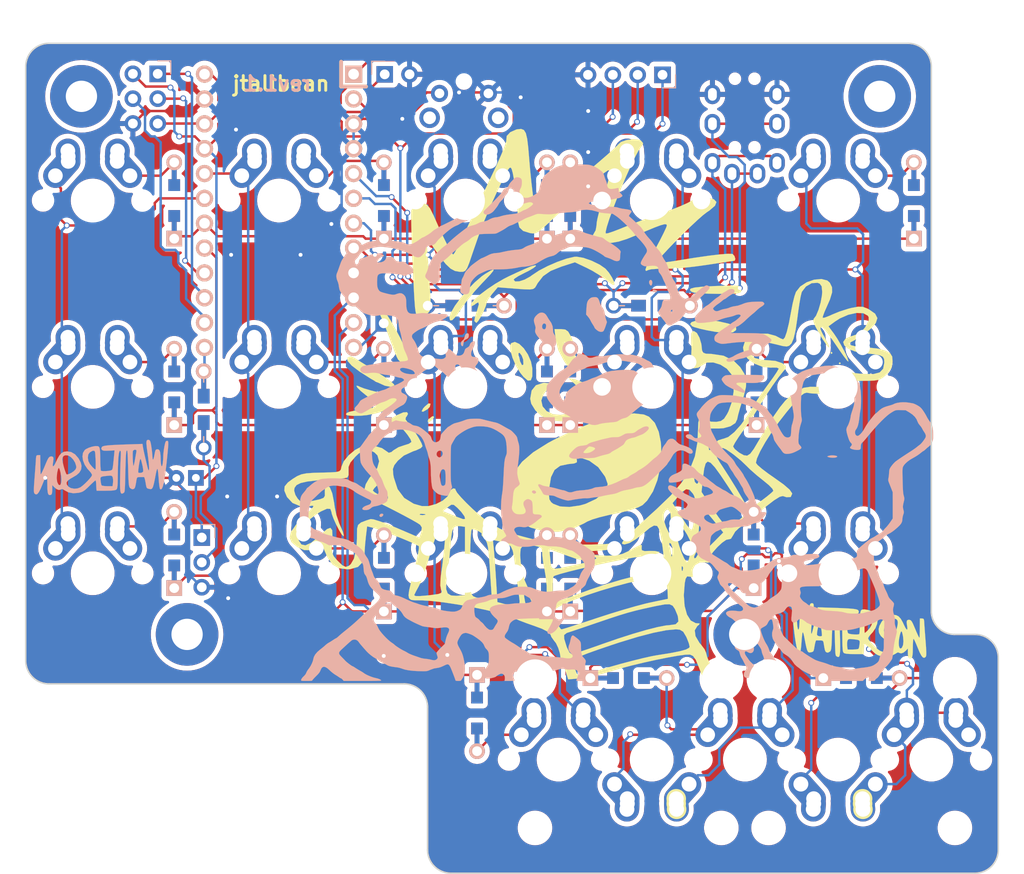
<source format=kicad_pcb>
(kicad_pcb (version 20221018) (generator pcbnew)
  (title_block (title "split_steno") (date "2018-03-12") (rev "1.1") (company "jtallbean"))
  (layers (0 "F.Cu" signal) (31 "B.Cu" signal) (34 "B.Paste" user) (35 "F.Paste" user) (36 "B.SilkS" user "B.Silkscreen") (37 "F.SilkS" user "F.Silkscreen") (38 "B.Mask" user) (39 "F.Mask" user) (44 "Edge.Cuts" user))
  (net 0 "")
  (net 1 "VCC")
  (net 2 "GND")
  (net 3 "Net-(D1-Pad2)")
  (net 4 "/r1")
  (net 5 "Net-(D2-Pad2)")
  (net 6 "Net-(D3-Pad2)")
  (net 7 "Net-(D4-Pad2)")
  (net 8 "Net-(D5-Pad2)")
  (net 9 "Net-(D6-Pad2)")
  (net 10 "/r2")
  (net 11 "Net-(D7-Pad2)")
  (net 12 "Net-(D8-Pad2)")
  (net 13 "Net-(D9-Pad2)")
  (net 14 "Net-(D10-Pad2)")
  (net 15 "Net-(D11-Pad2)")
  (net 16 "/r3")
  (net 17 "Net-(D12-Pad2)")
  (net 18 "Net-(D13-Pad2)")
  (net 19 "Net-(D14-Pad2)")
  (net 20 "Net-(D15-Pad2)")
  (net 21 "Net-(D16-Pad2)")
  (net 22 "/r4")
  (net 23 "Net-(D17-Pad2)")
  (net 24 "Net-(D18-Pad2)")
  (net 25 "/d1")
  (net 26 "/d2")
  (net 27 "/rx")
  (net 28 "/tx")
  (net 29 "Net-(J3-Pad2)")
  (net 30 "/miso")
  (net 31 "/sclk")
  (net 32 "/mosi")
  (net 33 "/rst")
  (net 34 "+6V")
  (net 35 "/d4")
  (net 36 "/c1")
  (net 37 "/c2")
  (net 38 "/c3")
  (net 39 "/c4")
  (net 40 "/c5")
  (net 41 "/d3")
  (footprint "Mounting_Holes:MountingHole_3.2mm_M3_Pad" (layer "F.Cu") (at 56 84.6)
    (fp_text reference "REF**" hide)
    (fp_text value "")
  )
  (footprint "Mounting_Holes:MountingHole_3.2mm_M3_Pad" (layer "F.Cu") (at 137.6 84.6)
    (fp_text reference "REF**" hide)
    (fp_text value "")
  )
  (footprint "Mounting_Holes:MountingHole_3.2mm_M3_Pad" (layer "F.Cu") (at 66.8 139.6)
    (fp_text reference "REF**" hide)
    (fp_text value "")
  )
  (footprint "Mounting_Holes:MountingHole_3.2mm_M3_Pad" (layer "F.Cu") (at 123.8 139.6)
    (fp_text reference "REF**" hide)
    (fp_text value "")
  )
  (footprint "Keebio-Parts:TRRS-PJ-320A" (layer "F.Cu") (at 124.8 81.2)
    (fp_text reference "REF**")
    (fp_text value "TRRS-PJ-320A")
  )
  (footprint "airi_logo:airi_icon-7.6" (layer "F.Cu") (at 96.2 159.2)
    (fp_text reference "G***" hide)
    (fp_text value "LOGO" hide)
  )
  (footprint "lib_fp:Hybrid_PCB_100H_Dual_hole" (layer "F.Cu") (at 57.15 95.25)
    (fp_text reference "K1" hide)
    (fp_text value "KEYSW" hide)
  )
  (footprint "lib_fp:Hybrid_PCB_100H_Dual_hole" (layer "F.Cu") (at 76.2 95.25)
    (fp_text reference "K2" hide)
    (fp_text value "KEYSW" hide)
  )
  (footprint "lib_fp:Hybrid_PCB_100H_Dual_hole" (layer "F.Cu") (at 95.25 95.25)
    (fp_text reference "K3" hide)
    (fp_text value "KEYSW" hide)
  )
  (footprint "lib_fp:Hybrid_PCB_100H_Dual_hole-flip" (layer "F.Cu") (at 114.3 95.25)
    (fp_text reference "K4" hide)
    (fp_text value "KEYSW" hide)
  )
  (footprint "lib_fp:Hybrid_PCB_100H_Dual_hole" (layer "F.Cu") (at 133.35 95.25)
    (fp_text reference "K5" hide)
    (fp_text value "KEYSW" hide)
  )
  (footprint "lib_fp:Hybrid_PCB_100H_Dual_hole" (layer "F.Cu") (at 57.15 114.3)
    (fp_text reference "K6" hide)
    (fp_text value "KEYSW" hide)
  )
  (footprint "lib_fp:Hybrid_PCB_100H_Dual_hole" (layer "F.Cu") (at 76.2 114.3)
    (fp_text reference "K7" hide)
    (fp_text value "KEYSW" hide)
  )
  (footprint "lib_fp:Hybrid_PCB_100H_Dual_hole" (layer "F.Cu") (at 95.25 114.3)
    (fp_text reference "K8" hide)
    (fp_text value "KEYSW" hide)
  )
  (footprint "lib_fp:Hybrid_PCB_100H_Dual_hole-flip" (layer "F.Cu") (at 114.3 114.3)
    (fp_text reference "K9" hide)
    (fp_text value "KEYSW" hide)
  )
  (footprint "lib_fp:Hybrid_PCB_100H_Dual_hole-flip" (layer "F.Cu") (at 133.35 114.3)
    (fp_text reference "K10" hide)
    (fp_text value "KEYSW" hide)
  )
  (footprint "lib_fp:Hybrid_PCB_100H_Dual_hole" (layer "F.Cu") (at 57.15 133.35)
    (fp_text reference "K11" hide)
    (fp_text value "KEYSW" hide)
  )
  (footprint "lib_fp:Hybrid_PCB_100H_Dual_hole" (layer "F.Cu") (at 76.2 133.35)
    (fp_text reference "K12" hide)
    (fp_text value "KEYSW" hide)
  )
  (footprint "lib_fp:Hybrid_PCB_100H_Dual_hole" (layer "F.Cu") (at 95.25 133.35)
    (fp_text reference "K13" hide)
    (fp_text value "KEYSW" hide)
  )
  (footprint "lib_fp:Hybrid_PCB_100H_Dual_hole-flip" (layer "F.Cu") (at 114.3 133.35)
    (fp_text reference "K14" hide)
    (fp_text value "KEYSW" hide)
  )
  (footprint "lib_fp:Hybrid_PCB_100H_Dual_hole-flip" (layer "F.Cu") (at 133.35 133.35)
    (fp_text reference "K15" hide)
    (fp_text value "KEYSW" hide)
  )
  (footprint "lib_fp:Hybrid_PCB_100H_Dual_hole-flip" (layer "F.Cu") (at 104.775 152.4)
    (fp_text reference "K16" hide)
    (fp_text value "KEYSW" hide)
  )
  (footprint "lib_fp:Hybrid_PCB_100H_Dual_hole-flip" (layer "F.Cu") (at 123.825 152.4)
    (fp_text reference "K17" hide)
    (fp_text value "KEYSW" hide)
  )
  (footprint "lib_fp:Hybrid_PCB_100H_Dual_hole" (layer "F.Cu") (at 142.875 152.4)
    (fp_text reference "K18" hide)
    (fp_text value "KEYSW" hide)
  )
  (footprint "lib_fp:Hybrid_PCB_200H-dual-nosilk" (layer "F.Cu") (at 114.3 152.4 180)
    (fp_text reference "K19" hide)
    (fp_text value "KEYSW" hide)
  )
  (footprint "lib_fp:Hybrid_PCB_200H-dual-nosilk" (layer "F.Cu") (at 133.35 152.4 180)
    (fp_text reference "K20" hide)
    (fp_text value "KEYSW" hide)
  )
  (footprint "lib_fp:calvin" (layer "F.Cu") (at 107.8 115.8)
    (fp_text reference "G***" hide)
    (fp_text value "LOGO" hide)
  )
  (footprint "lib_fp:watterson" (layer "F.Cu") (at 135.4 139.2)
    (fp_text reference "G***" hide)
    (fp_text value "LOGO" hide)
  )
  (footprint "airi_logo:airi_icon-7.6" (layer "B.Cu") (at 96.2 159.2 180)
    (fp_text reference "G***" hide)
    (fp_text value "LOGO" hide)
  )
  (footprint "lib_fp:CP_Radial_D5.0mm_P2.00mm" (layer "B.Cu") (at 67.7 123.6 180)
    (fp_text reference "C1" hide)
    (fp_text value "100")
  )
  (footprint "lib_fp:Diode-dual" (layer "B.Cu") (at 65.484375 95.25 -90)
    (fp_text reference "D1" hide)
    (fp_text value "D" hide)
  )
  (footprint "lib_fp:Diode-dual" (layer "B.Cu") (at 86.915625 95.25 -90)
    (fp_text reference "D2" hide)
    (fp_text value "D" hide)
  )
  (footprint "lib_fp:Diode-dual" (layer "B.Cu") (at 103.584375 95.25 -90)
    (fp_text reference "D3" hide)
    (fp_text value "D" hide)
  )
  (footprint "lib_fp:Diode-dual" (layer "B.Cu") (at 105.965625 95.25 -90)
    (fp_text reference "D4" hide)
    (fp_text value "D" hide)
  )
  (footprint "lib_fp:hobbes" (layer "B.Cu") (at 110.2 117.9 180)
    (fp_text reference "G***" hide)
    (fp_text value "LOGO" hide)
  )
  (footprint "lib_fp:Diode-dual" (layer "B.Cu") (at 141.089664 95.250406 -90)
    (fp_text reference "D5" hide)
    (fp_text value "D" hide)
  )
  (footprint "lib_fp:Diode-dual" (layer "B.Cu") (at 65.484375 114.3 -90)
    (fp_text reference "D6" hide)
    (fp_text value "D" hide)
  )
  (footprint "lib_fp:Diode-dual" (layer "B.Cu") (at 86.915625 114.3 -90)
    (fp_text reference "D7" hide)
    (fp_text value "D" hide)
  )
  (footprint "lib_fp:Diode-dual" (layer "B.Cu") (at 103.584375 114.3 -90)
    (fp_text reference "D8" hide)
    (fp_text value "D" hide)
  )
  (footprint "lib_fp:Diode-dual" (layer "B.Cu") (at 105.965625 114.3 -90)
    (fp_text reference "D9" hide)
    (fp_text value "D" hide)
  )
  (footprint "lib_fp:Diode-dual" (layer "B.Cu") (at 125.016158 114.300488 -90)
    (fp_text reference "D10" hide)
    (fp_text value "D" hide)
  )
  (footprint "lib_fp:Diode-dual" (layer "B.Cu") (at 65.484654 130.969309 -90)
    (fp_text reference "D11" hide)
    (fp_text value "D" hide)
  )
  (footprint "lib_fp:Diode-dual" (layer "B.Cu") (at 86.915625 133.35 -90)
    (fp_text reference "D12" hide)
    (fp_text value "D" hide)
  )
  (footprint "lib_fp:Diode-dual" (layer "B.Cu") (at 103.584375 133.35 -90)
    (fp_text reference "D13" hide)
    (fp_text value "D" hide)
  )
  (footprint "lib_fp:Diode-dual" (layer "B.Cu") (at 105.965625 133.35 -90)
    (fp_text reference "D14" hide)
    (fp_text value "D" hide)
  )
  (footprint "lib_fp:Diode-dual" (layer "B.Cu") (at 124.718501 130.969309 -90)
    (fp_text reference "D15" hide)
    (fp_text value "D" hide)
  )
  (footprint "lib_fp:Diode-dual" (layer "B.Cu") (at 96.440625 147.6375 90)
    (fp_text reference "D16" hide)
    (fp_text value "D" hide)
  )
  (footprint "lib_fp:Diode-dual" (layer "B.Cu") (at 111.91875 144.065625 180)
    (fp_text reference "D17" hide)
    (fp_text value "D" hide)
  )
  (footprint "lib_fp:Diode-dual" (layer "B.Cu") (at 135.73125 144.065625 180)
    (fp_text reference "D18" hide)
    (fp_text value "D" hide)
  )
  (footprint "lib_fp:TRRS-PJ-320A" (layer "B.Cu") (at 122.8 81.2 180)
    (fp_text reference "J1")
    (fp_text value "i2c")
  )
  (footprint "lib_fp:Pin_Header_Straight_1x04_Pitch2.54mm" (layer "B.Cu") (at 115.4 82.4 90)
    (fp_text reference "J2" hide)
    (fp_text value "serial")
  )
  (footprint "lib_fp:Pin_Header_Straight_1x03_Pitch2.54mm" (layer "B.Cu") (at 68.3 129.7 180)
    (fp_text reference "J3" hide)
    (fp_text value "rgb")
  )
  (footprint "lib_fp:Pin_Header_Straight_2x03_Pitch2.54mm" (layer "B.Cu") (at 63.8 82.3 180)
    (fp_text reference "J4" hide)
    (fp_text value "icsp")
  )
  (footprint "lib_fp:Pin_Header_Straight_1x02_Pitch2.54mm" (layer "B.Cu") (at 87 82.35 -90)
    (fp_text reference "J5" hide)
    (fp_text value "raw")
  )
  (footprint "lib_fp:Pin_Header_Straight_1x01_Pitch2.54mm" (layer "B.Cu") (at 86.9 107.8 180)
    (fp_text reference "J6" hide)
    (fp_text value "extra")
  )
  (footprint "lib_fp:Resistor-Hybrid" (layer "B.Cu") (at 114.3 106 180)
    (fp_text reference "R1" hide)
    (fp_text value "4.7k" hide)
  )
  (footprint "lib_fp:Resistor-Hybrid" (layer "B.Cu") (at 95.3 106 180)
    (fp_text reference "R2" hide)
    (fp_text value "4.7k" hide)
  )
  (footprint "lib_fp:Resistor-Hybrid" (layer "B.Cu") (at 68.5 116.6 -90)
    (fp_text reference "R3" hide)
    (fp_text value "470" hide)
  )
  (footprint "lib_fp:SW_Tactile_SPST_Angled_MJTP1117" (layer "B.Cu") (at 97.6 84.3 180)
    (fp_text reference "SW1" hide)
    (fp_text value "reset")
  )
  (footprint "lib_fp:ArduinoProMicro" (layer "B.Cu") (at 76.2 96.3 180)
    (fp_text reference "U1" hide)
    (fp_text value "ProMicro" hide)
  )
  (footprint "lib_fp:watterson" (layer "B.Cu") (at 58.1 122.5 180)
    (fp_text reference "G***" hide)
    (fp_text value "LOGO" hide)
  )
  (gr_line (start 52.685381 79.1769) (end 140.494349 79.1769) (stroke (width 0.15)) (layer "Edge.Cuts"))
  (gr_line (start 142.87561 81.55816) (end 142.87561 137.220117) (stroke (width 0.15)) (layer "Edge.Cuts"))
  (gr_line (start 50.304121 81.55816) (end 50.304121 142.280295) (stroke (width 0.15)) (layer "Edge.Cuts"))
  (gr_line (start 91.380859 147.042815) (end 91.380859 161.628033) (stroke (width 0.15)) (layer "Edge.Cuts"))
  (gr_arc (start 145.25687 139.601377) (mid 143.573065 138.903922) (end 142.87561 137.220117) (stroke (width 0.15)) (layer "Edge.Cuts"))
  (gr_line (start 93.762119 164.009294) (end 147.340472 164.009294) (stroke (width 0.15)) (layer "Edge.Cuts"))
  (gr_arc (start 149.721733 161.628033) (mid 149.024278 163.311839) (end 147.340472 164.009294) (stroke (width 0.15)) (layer "Edge.Cuts"))
  (gr_arc (start 93.762119 164.009294) (mid 92.078313 163.311839) (end 91.380858 161.628033) (stroke (width 0.15)) (layer "Edge.Cuts"))
  (gr_arc (start 52.685381 144.661555) (mid 51.001576 143.9641) (end 50.304121 142.280295) (stroke (width 0.15)) (layer "Edge.Cuts"))
  (gr_arc (start 88.999598 144.661555) (mid 90.683403 145.35901) (end 91.380858 147.042815) (stroke (width 0.15)) (layer "Edge.Cuts"))
  (gr_line (start 145.25687 139.601377) (end 147.340472 139.601377) (stroke (width 0.15)) (layer "Edge.Cuts"))
  (gr_arc (start 147.340472 139.601377) (mid 149.024277 140.298832) (end 149.721732 141.982637) (stroke (width 0.15)) (layer "Edge.Cuts"))
  (gr_line (start 52.685381 144.661555) (end 88.999598 144.661555) (stroke (width 0.15)) (layer "Edge.Cuts"))
  (gr_arc (start 50.304121 81.55816) (mid 51.001576 79.874355) (end 52.685381 79.1769) (stroke (width 0.15)) (layer "Edge.Cuts"))
  (gr_line (start 149.721733 161.628033) (end 149.721733 141.982637) (stroke (width 0.15)) (layer "Edge.Cuts"))
  (gr_arc (start 140.494349 79.1769) (mid 142.178154 79.874355) (end 142.875609 81.55816) (stroke (width 0.15)) (layer "Edge.Cuts"))
  (gr_text "rev1.1" (at 76 83.3) (layer "B.SilkS") (effects (font (size 1.5 1.5) (thickness 0.3)) (justify mirror)))
  (gr_text "jtallbean" (at 76.4 83.3) (layer "F.SilkS") (effects (font (size 1.5 1.5) (thickness 0.3))))
  (segment (start 122.5 103.6) (end 121.7 104.4) (width 0.25) (layer "F.Cu") (net 1))
  (segment (start 121.7 104.4) (end 118.8 104.4) (width 0.25) (layer "F.Cu") (net 1))
  (segment (start 118.8 104.4) (end 118.2 105) (width 0.25) (layer "F.Cu") (net 1))
  (segment (start 118.2 105) (end 118.2 106) (width 0.25) (layer "F.Cu") (net 1))
  (segment (start 118.2 106) (end 118.2 105) (width 0.25) (layer "F.Cu") (net 1))
  (segment (start 118.2 105) (end 117.6 104.4) (width 0.25) (layer "F.Cu") (net 1))
  (segment (start 117.6 104.4) (end 99.9 104.4) (width 0.25) (layer "F.Cu") (net 1))
  (segment (start 99.9 104.4) (end 99.2 105.1) (width 0.25) (layer "F.Cu") (net 1))
  (segment (start 99.2 105.1) (end 99.2 106) (width 0.25) (layer "F.Cu") (net 1))
  (segment (start 99.2 106) (end 99.2 105.1) (width 0.25) (layer "F.Cu") (net 1))
  (segment (start 99.2 105.1) (end 98.5 104.4) (width 0.25) (layer "F.Cu") (net 1))
  (segment (start 98.5 104.4) (end 89.9 104.4) (width 0.25) (layer "F.Cu") (net 1))
  (segment (start 89.9 104.4) (end 88.6 103.1) (width 0.25) (layer "F.Cu") (net 1))
  (segment (start 88.6 103.1) (end 88.6 103) (width 0.25) (layer "F.Cu") (net 1))
  (segment (start 82.9 88.7) (end 82.6 88.4) (width 0.25) (layer "F.Cu") (net 1))
  (segment (start 88.7 89.9) (end 90.2 88.4) (width 0.25) (layer "F.Cu") (net 1))
  (segment (start 90.2 88.4) (end 114.4 88.4) (width 0.25) (layer "F.Cu") (net 1))
  (segment (start 114.4 88.4) (end 115.4 87.4) (width 0.25) (layer "F.Cu") (net 1))
  (segment (start 68.58 89.68) (end 67.6 88.7) (width 0.25) (layer "F.Cu") (net 1))
  (segment (start 67.6 88.7) (end 66 88.7) (width 0.25) (layer "F.Cu") (net 1))
  (segment (start 65.1 83.7) (end 65 83.6) (width 0.25) (layer "F.Cu") (net 1))
  (segment (start 65 83.6) (end 62.56 83.6) (width 0.25) (layer "F.Cu") (net 1))
  (segment (start 62.56 83.6) (end 61.26 82.3) (width 0.25) (layer "F.Cu") (net 1))
  (segment (start 68.75 89.95) (end 70 88.7) (width 0.25) (layer "F.Cu") (net 1))
  (segment (start 70 88.7) (end 70 87.4) (width 0.25) (layer "F.Cu") (net 1))
  (segment (start 70 87.4) (end 70.7 86.7) (width 0.25) (layer "F.Cu") (net 1))
  (segment (start 70.7 86.7) (end 82.1 86.7) (width 0.25) (layer "F.Cu") (net 1))
  (segment (start 82.1 86.7) (end 82.6 87.2) (width 0.25) (layer "F.Cu") (net 1))
  (segment (start 82.6 87.2) (end 82.6 88.4) (width 0.25) (layer "F.Cu") (net 1))
  (segment (start 69.8 122.4) (end 68.6 123.6) (width 0.25) (layer "F.Cu") (net 1))
  (segment (start 68.6 123.6) (end 67.7 123.6) (width 0.25) (layer "F.Cu") (net 1))
  (segment (start 87.4 88.7) (end 82.9 88.7) (width 0.25) (layer "F.Cu") (net 1))
  (segment (start 88.6 89.9) (end 87.4 88.7) (width 0.25) (layer "F.Cu") (net 1))
  (segment (start 116.8 106) (end 118.2 106) (width 0.25) (layer "F.Cu") (net 1))
  (segment (start 97.8 106) (end 99.2 106) (width 0.25) (layer "F.Cu") (net 1))
  (segment (start 88.7 89.9) (end 88.6 89.9) (width 0.25) (layer "F.Cu") (net 1))
  (segment (start 68.58 89.95) (end 68.58 89.68) (width 0.25) (layer "F.Cu") (net 1))
  (segment (start 122.5 92.5) (end 125.1 92.5) (width 0.25) (layer "F.Cu") (net 1))
  (segment (start 68.58 89.95) (end 68.75 89.95) (width 0.25) (layer "F.Cu") (net 1))
  (via (at 115.4 87.4) (size 0.6) (drill 0.4) (layers "F.Cu" "B.Cu") (net 1))
  (via (at 88.6 103) (size 0.6) (drill 0.4) (layers "F.Cu" "B.Cu") (net 1))
  (via (at 88.6 89.9) (size 0.6) (drill 0.4) (layers "F.Cu" "B.Cu") (net 1))
  (via (at 65.1 83.7) (size 0.6) (drill 0.4) (layers "F.Cu" "B.Cu") (net 1))
  (via (at 122.5 103.6) (size 0.6) (drill 0.4) (layers "F.Cu" "B.Cu") (net 1))
  (via (at 69.8 122.4) (size 0.6) (drill 0.4) (layers "F.Cu" "B.Cu") (net 1))
  (via (at 66 88.7) (size 0.6) (drill 0.4) (layers "F.Cu" "B.Cu") (net 1))
  (segment (start 88.6 103) (end 88.6 89.9) (width 0.25) (layer "B.Cu") (net 1))
  (segment (start 66 88.7) (end 65.5 88.2) (width 0.25) (layer "B.Cu") (net 1))
  (segment (start 65.5 88.2) (end 65.5 84.1) (width 0.25) (layer "B.Cu") (net 1))
  (segment (start 65.5 84.1) (end 65.1 83.7) (width 0.25) (layer "B.Cu") (net 1))
  (segment (start 67.7 127.6) (end 68.3 128.2) (width 0.25) (layer "B.Cu") (net 1))
  (segment (start 68.3 128.2) (end 68.3 129.7) (width 0.25) (layer "B.Cu") (net 1))
  (segment (start 68.85 89.95) (end 69.8 90.9) (width 0.25) (layer "B.Cu") (net 1))
  (segment (start 69.8 90.9) (end 69.8 122.4) (width 0.25) (layer "B.Cu") (net 1))
  (segment (start 115.4 82.4) (end 115.4 87.4) (width 0.25) (layer "B.Cu") (net 1))
  (segment (start 122.5 92.5) (end 122.5 103.6) (width 0.25) (layer "B.Cu") (net 1))
  (segment (start 68.58 89.95) (end 68.85 89.95) (width 0.25) (layer "B.Cu") (net 1))
  (segment (start 67.7 123.6) (end 67.7 127.6) (width 0.25) (layer "B.Cu") (net 1))
  (segment (start 88.8 86.9) (end 84.9 86.9) (width 0.25) (layer "F.Cu") (net 2))
  (segment (start 84.9 86.9) (end 84.7 86.9) (width 0.25) (layer "F.Cu") (net 2))
  (segment (start 84.7 86.9) (end 84.19 87.41) (width 0.25) (layer "F.Cu") (net 2))
  (segment (start 84.19 87.41) (end 83.82 87.41) (width 0.25) (layer "F.Cu") (net 2))
  (segment (start 107.8 86.1) (end 107.2 86.7) (width 0.25) (layer "F.Cu") (net 2))
  (segment (start 107.2 86.7) (end 101.4 86.7) (width 0.25) (layer "F.Cu") (net 2))
  (segment (start 101.4 86.7) (end 101.2 86.5) (width 0.25) (layer "F.Cu") (net 2))
  (segment (start 101.2 86.5) (end 101.2 85.7) (width 0.25) (layer "F.Cu") (net 2))
  (segment (start 101.2 85.7) (end 100.9 85.4) (width 0.25) (layer "F.Cu") (net 2))
  (segment (start 100.9 85.4) (end 100.9 84.7) (width 0.25) (layer "F.Cu") (net 2))
  (segment (start 111.5 84.4) (end 109.2 86.7) (width 0.25) (layer "F.Cu") (net 2))
  (segment (start 109.2 86.7) (end 107.2 86.7) (width 0.25) (layer "F.Cu") (net 2))
  (segment (start 61.32 87.38) (end 62.6 86.1) (width 0.25) (layer "F.Cu") (net 2))
  (segment (start 62.6 86.1) (end 67.35 86.1) (width 0.25) (layer "F.Cu") (net 2))
  (segment (start 67.35 86.1) (end 68.58 84.87) (width 0.25) (layer "F.Cu") (net 2))
  (segment (start 65.7 124.1) (end 67.1 125.5) (width 0.25) (layer "F.Cu") (net 2))
  (segment (start 67.1 125.5) (end 70.7 125.5) (width 0.25) (layer "F.Cu") (net 2))
  (segment (start 70.7 125.5) (end 70.9 125.5) (width 0.25) (layer "F.Cu") (net 2))
  (segment (start 70.9 125.5) (end 76 125.5) (width 0.25) (layer "F.Cu") (net 2))
  (segment (start 81.55 97.65) (end 81.5 97.6) (width 0.25) (layer "F.Cu") (net 2))
  (segment (start 61.26 87.38) (end 61.32 87.38) (width 0.25) (layer "F.Cu") (net 2))
  (segment (start 120.5 84.4) (end 111.5 84.4) (width 0.25) (layer "F.Cu") (net 2))
  (segment (start 71.3 100.8) (end 78.4 100.8) (width 0.25) (layer "F.Cu") (net 2))
  (segment (start 127.1 84.4) (end 120.5 84.4) (width 0.25) (layer "F.Cu") (net 2))
  (segment (start 97.6 84.2) (end 94.6 84.2) (width 0.25) (layer "F.Cu") (net 2))
  (segment (start 65.7 123.6) (end 65.7 124.1) (width 0.25) (layer "F.Cu") (net 2))
  (segment (start 65.7 123.6) (end 52.3 123.6) (width 0.25) (layer "F.Cu") (net 2))
  (via (at 88.8 86.9) (size 0.6) (drill 0.4) (layers "F.Cu" "B.Cu") (net 2))
  (via (at 70.9 125.5) (size 0.6) (drill 0.4) (layers "F.Cu" "B.Cu") (net 2))
  (via (at 100.9 84.7) (size 0.6) (drill 0.4) (layers "F.Cu" "B.Cu") (net 2))
  (via (at 71.8 88) (size 0.6) (drill 0.4) (layers "F.Cu" "B.Cu") (net 2))
  (via (at 81.55 97.65) (size 0.6) (drill 0.4) (layers "F.Cu" "B.Cu") (net 2))
  (via (at 71 135.9) (size 0.6) (drill 0.4) (layers "F.Cu" "B.Cu") (net 2))
  (via (at 76 125.5) (size 0.6) (drill 0.4) (layers "F.Cu" "B.Cu") (net 2))
  (via (at 78.4 100.8) (size 0.6) (drill 0.4) (layers "F.Cu" "B.Cu") (net 2))
  (via (at 94.6 84.2) (size 0.6) (drill 0.4) (layers "F.Cu" "B.Cu") (net 2))
  (via (at 52.3 123.6) (size 0.6) (drill 0.4) (layers "F.Cu" "B.Cu") (net 2))
  (via (at 107.8 93.8) (size 0.6) (drill 0.4) (layers "F.Cu" "B.Cu") (net 2))
  (via (at 107.8 86.1) (size 0.6) (drill 0.4) (layers "F.Cu" "B.Cu") (net 2))
  (via (at 71.3 100.8) (size 0.6) (drill 0.4) (layers "F.Cu" "B.Cu") (net 2))
  (via (at 107.8 90.3) (size 0.6) (drill 0.4) (layers "F.Cu" "B.Cu") (net 2))
  (segment (start 89.54 86.16) (end 88.8 86.9) (width 0.25) (layer "B.Cu") (net 2))
  (segment (start 107.78 86.08) (end 107.8 86.1) (width 0.25) (layer "B.Cu") (net 2))
  (segment (start 100.9 84.7) (end 100.4 84.2) (width 0.25) (layer "B.Cu") (net 2))
  (segment (start 100.4 84.2) (end 97.6 84.2) (width 0.25) (layer "B.Cu") (net 2))
  (segment (start 94.6 84.2) (end 93.2 82.8) (width 0.25) (layer "B.Cu") (net 2))
  (segment (start 93.2 82.8) (end 91.7 82.8) (width 0.25) (layer "B.Cu") (net 2))
  (segment (start 91.7 82.8) (end 90 84.5) (width 0.25) (layer "B.Cu") (net 2))
  (segment (start 90 84.5) (end 90 86.4) (width 0.25) (layer "B.Cu") (net 2))
  (segment (start 90 86.4) (end 89.5 86.9) (width 0.25) (layer "B.Cu") (net 2))
  (segment (start 89.5 86.9) (end 88.8 86.9) (width 0.25) (layer "B.Cu") (net 2))
  (segment (start 65.7 124) (end 67.2 125.5) (width 0.25) (layer "B.Cu") (net 2))
  (segment (start 67.2 125.5) (end 67.2 127.6) (width 0.25) (layer "B.Cu") (net 2))
  (segment (start 67.2 127.6) (end 67 127.8) (width 0.25) (layer "B.Cu") (net 2))
  (segment (start 67 127.8) (end 67 133.48) (width 0.25) (layer "B.Cu") (net 2))
  (segment (start 67 133.48) (end 68.3 134.78) (width 0.25) (layer "B.Cu") (net 2))
  (segment (start 82.6 91.3) (end 83.82 90.08) (width 0.25) (layer "B.Cu") (net 2))
  (segment (start 82.6 91.3) (end 82.6 96.6) (width 0.25) (layer "B.Cu") (net 2))
  (segment (start 82.6 96.6) (end 81.55 97.65) (width 0.25) (layer "B.Cu") (net 2))
  (segment (start 69.88 134.78) (end 71 135.9) (width 0.25) (layer "B.Cu") (net 2))
  (segment (start 71.8 88) (end 68.67 84.87) (width 0.25) (layer "B.Cu") (net 2))
  (segment (start 107.8 90.3) (end 107.8 93.8) (width 0.25) (layer "B.Cu") (net 2))
  (segment (start 81.55 97.65) (end 78.4 100.8) (width 0.25) (layer "B.Cu") (net 2))
  (segment (start 68.58 84.87) (end 68.67 84.87) (width 0.25) (layer "B.Cu") (net 2))
  (segment (start 83.82 89.95) (end 83.82 90.08) (width 0.25) (layer "B.Cu") (net 2))
  (segment (start 68.3 134.78) (end 69.88 134.78) (width 0.25) (layer "B.Cu") (net 2))
  (segment (start 83.82 87.41) (end 83.82 89.95) (width 0.25) (layer "B.Cu") (net 2))
  (segment (start 107.8 86.1) (end 107.8 90.3) (width 0.25) (layer "B.Cu") (net 2))
  (segment (start 89.54 82.35) (end 89.54 86.16) (width 0.25) (layer "B.Cu") (net 2))
  (segment (start 65.7 123.6) (end 65.7 124) (width 0.25) (layer "B.Cu") (net 2))
  (segment (start 107.78 82.4) (end 107.78 86.08) (width 0.25) (layer "B.Cu") (net 2))
  (segment (start 64.124375 92.71) (end 65.484375 91.35) (width 0.25) (layer "F.Cu") (net 3))
  (segment (start 65.484375 91.35) (end 65.484375 92.55) (width 0.25) (layer "F.Cu") (net 3))
  (segment (start 60.96 92.71) (end 64.124375 92.71) (width 0.25) (layer "F.Cu") (net 3))
  (segment (start 141.089664 99.150406) (end 141.089258 99.15) (width 0.25) (layer "F.Cu") (net 4))
  (segment (start 141.089258 99.15) (end 105.965625 99.15) (width 0.25) (layer "F.Cu") (net 4))
  (segment (start 105.965625 99.15) (end 103.584375 99.15) (width 0.25) (layer "F.Cu") (net 4))
  (segment (start 103.584375 99.15) (end 86.915625 99.15) (width 0.25) (layer "F.Cu") (net 4))
  (segment (start 86.915625 99.15) (end 86.915625 97.95) (width 0.25) (layer "F.Cu") (net 4))
  (segment (start 65.484375 99.15) (end 65.734375 98.9) (width 0.25) (layer "F.Cu") (net 4))
  (segment (start 65.734375 98.9) (end 67.2 98.9) (width 0.25) (layer "F.Cu") (net 4))
  (segment (start 86.915625 99.15) (end 86.915625 97.95) (width 0.25) (layer "F.Cu") (net 4))
  (segment (start 84.6 98.9) (end 84.7 98.9) (width 0.25) (layer "F.Cu") (net 4))
  (segment (start 84.8 98.9) (end 85.05 99.15) (width 0.25) (layer "F.Cu") (net 4))
  (segment (start 85.05 99.15) (end 86.915625 99.15) (width 0.25) (layer "F.Cu") (net 4))
  (segment (start 86.915625 99.15) (end 86.915625 97.95) (width 0.25) (layer "F.Cu") (net 4))
  (segment (start 67.25 98.9) (end 68.58 97.57) (width 0.25) (layer "F.Cu") (net 4))
  (segment (start 70.5 98.9) (end 84.6 98.9) (width 0.25) (layer "F.Cu") (net 4))
  (segment (start 69.91 98.9) (end 68.58 97.57) (width 0.25) (layer "F.Cu") (net 4))
  (segment (start 65.484375 97.95) (end 65.484375 99.15) (width 0.25) (layer "F.Cu") (net 4))
  (segment (start 141.089664 97.950406) (end 141.089664 99.150406) (width 0.25) (layer "F.Cu") (net 4))
  (segment (start 84.6 98.9) (end 84.8 98.9) (width 0.25) (layer "F.Cu") (net 4))
  (segment (start 105.965625 97.95) (end 105.965625 99.15) (width 0.25) (layer "F.Cu") (net 4))
  (segment (start 67.2 98.9) (end 67.25 98.9) (width 0.25) (layer "F.Cu") (net 4))
  (segment (start 103.584375 97.95) (end 103.584375 99.15) (width 0.25) (layer "F.Cu") (net 4))
  (segment (start 70.5 98.9) (end 69.91 98.9) (width 0.25) (layer "F.Cu") (net 4))
  (segment (start 81.29 92.71) (end 82.8 91.2) (width 0.25) (layer "F.Cu") (net 5))
  (segment (start 82.8 91.2) (end 86.765625 91.2) (width 0.25) (layer "F.Cu") (net 5))
  (segment (start 86.765625 91.2) (end 86.915625 91.35) (width 0.25) (layer "F.Cu") (net 5))
  (segment (start 86.915625 91.35) (end 86.915625 92.55) (width 0.25) (layer "F.Cu") (net 5))
  (segment (start 80.01 92.71) (end 81.29 92.71) (width 0.25) (layer "F.Cu") (net 5))
  (segment (start 102.224375 92.71) (end 103.584375 91.35) (width 0.25) (layer "F.Cu") (net 6))
  (segment (start 103.584375 91.35) (end 103.584375 92.55) (width 0.25) (layer "F.Cu") (net 6))
  (segment (start 99.06 92.71) (end 102.224375 92.71) (width 0.25) (layer "F.Cu") (net 6))
  (segment (start 105.965625 91.35) (end 107.325625 92.71) (width 0.25) (layer "F.Cu") (net 7))
  (segment (start 107.325625 92.71) (end 110.49 92.71) (width 0.25) (layer "F.Cu") (net 7))
  (segment (start 105.965625 92.55) (end 105.965625 91.35) (width 0.25) (layer "F.Cu") (net 7))
  (segment (start 139.73007 92.71) (end 141.089664 91.350406) (width 0.25) (layer "F.Cu") (net 8))
  (segment (start 141.089664 91.350406) (end 141.089664 92.550406) (width 0.25) (layer "F.Cu") (net 8))
  (segment (start 137.16 92.71) (end 139.73007 92.71) (width 0.25) (layer "F.Cu") (net 8))
  (segment (start 64.124375 111.76) (end 65.484375 110.4) (width 0.25) (layer "F.Cu") (net 9))
  (segment (start 65.484375 110.4) (end 65.484375 111.6) (width 0.25) (layer "F.Cu") (net 9))
  (segment (start 60.96 111.76) (end 64.124375 111.76) (width 0.25) (layer "F.Cu") (net 9))
  (segment (start 125.016158 118.200488) (end 125.01567 118.2) (width 0.25) (layer "F.Cu") (net 10))
  (segment (start 125.01567 118.2) (end 105.965625 118.2) (width 0.25) (layer "F.Cu") (net 10))
  (segment (start 105.965625 118.2) (end 103.584375 118.2) (width 0.25) (layer "F.Cu") (net 10))
  (segment (start 103.584375 118.2) (end 86.915625 118.2) (width 0.25) (layer "F.Cu") (net 10))
  (segment (start 86.915625 118.2) (end 70.5 118.2) (width 0.25) (layer "F.Cu") (net 10))
  (segment (start 69.4 116.7) (end 67.8 116.7) (width 0.25) (layer "F.Cu") (net 10))
  (segment (start 67.8 116.7) (end 67.4 117.1) (width 0.25) (layer "F.Cu") (net 10))
  (segment (start 67.4 117.1) (end 67.4 118) (width 0.25) (layer "F.Cu") (net 10))
  (segment (start 67.4 118) (end 67.2 118.2) (width 0.25) (layer "F.Cu") (net 10))
  (segment (start 65.484375 118.2) (end 67.2 118.2) (width 0.25) (layer "F.Cu") (net 10))
  (segment (start 65.484375 118.2) (end 65.484375 117) (width 0.25) (layer "F.Cu") (net 10))
  (segment (start 69.9 118) (end 70.1 118.2) (width 0.25) (layer "F.Cu") (net 10))
  (segment (start 70.1 118.2) (end 70.5 118.2) (width 0.25) (layer "F.Cu") (net 10))
  (segment (start 68.81 100.11) (end 69.8 101.1) (width 0.25) (layer "F.Cu") (net 10))
  (segment (start 69.8 101.1) (end 69.8 116.3) (width 0.25) (layer "F.Cu") (net 10))
  (segment (start 69.8 116.3) (end 69.4 116.7) (width 0.25) (layer "F.Cu") (net 10))
  (segment (start 69.8 117.9) (end 69.8 117.1) (width 0.25) (layer "F.Cu") (net 10))
  (segment (start 69.8 117.1) (end 69.4 116.7) (width 0.25) (layer "F.Cu") (net 10))
  (segment (start 103.584375 117) (end 103.584375 118.2) (width 0.25) (layer "F.Cu") (net 10))
  (segment (start 69.9 118) (end 69.8 117.9) (width 0.25) (layer "F.Cu") (net 10))
  (segment (start 86.915625 117) (end 86.915625 118.2) (width 0.25) (layer "F.Cu") (net 10))
  (segment (start 105.965625 117) (end 105.965625 118.2) (width 0.25) (layer "F.Cu") (net 10))
  (segment (start 125.016158 117.000488) (end 125.016158 118.200488) (width 0.25) (layer "F.Cu") (net 10))
  (segment (start 68.58 100.11) (end 68.81 100.11) (width 0.25) (layer "F.Cu") (net 10))
  (segment (start 86.915625 110.4) (end 86.915625 111.6) (width 0.25) (layer "F.Cu") (net 11))
  (segment (start 85.555625 111.76) (end 86.915625 110.4) (width 0.25) (layer "F.Cu") (net 11))
  (segment (start 86.915625 110.4) (end 86.915625 111.6) (width 0.25) (layer "F.Cu") (net 11))
  (segment (start 80.01 111.76) (end 85.555625 111.76) (width 0.25) (layer "F.Cu") (net 11))
  (segment (start 86.915625 110.4) (end 86.6 110.4) (width 0.25) (layer "B.Cu") (net 11))
  (segment (start 102.224375 111.76) (end 103.584375 110.4) (width 0.25) (layer "F.Cu") (net 12))
  (segment (start 103.584375 110.4) (end 103.584375 111.6) (width 0.25) (layer "F.Cu") (net 12))
  (segment (start 99.06 111.76) (end 102.224375 111.76) (width 0.25) (layer "F.Cu") (net 12))
  (segment (start 107.325625 111.76) (end 105.965625 110.4) (width 0.25) (layer "B.Cu") (net 13))
  (segment (start 110.49 111.76) (end 107.325625 111.76) (width 0.25) (layer "B.Cu") (net 13))
  (segment (start 126.37567 111.76) (end 125.016158 110.400488) (width 0.25) (layer "F.Cu") (net 14))
  (segment (start 125.016158 110.400488) (end 125.016158 111.600488) (width 0.25) (layer "F.Cu") (net 14))
  (segment (start 129.54 111.76) (end 126.37567 111.76) (width 0.25) (layer "F.Cu") (net 14))
  (segment (start 63.993963 128.56) (end 65.484654 127.069309) (width 0.25) (layer "F.Cu") (net 15))
  (segment (start 65.484654 127.069309) (end 65.484654 128.269309) (width 0.25) (layer "F.Cu") (net 15))
  (segment (start 59.67 128.56) (end 63.993963 128.56) (width 0.25) (layer "F.Cu") (net 15))
  (segment (start 65.484654 134.869309) (end 66.753963 133.6) (width 0.25) (layer "F.Cu") (net 16))
  (segment (start 66.753963 133.6) (end 69.3 133.6) (width 0.25) (layer "F.Cu") (net 16))
  (segment (start 69.3 133.6) (end 69.7 134) (width 0.25) (layer "F.Cu") (net 16))
  (segment (start 69.7 134) (end 69.7 136.5) (width 0.25) (layer "F.Cu") (net 16))
  (segment (start 69.7 136.5) (end 70.45 137.25) (width 0.25) (layer "F.Cu") (net 16))
  (segment (start 70.45 137.25) (end 81.85 137.25) (width 0.25) (layer "F.Cu") (net 16))
  (segment (start 86.915625 137.25) (end 103.584375 137.25) (width 0.25) (layer "F.Cu") (net 16))
  (segment (start 103.584375 137.25) (end 105.965625 137.25) (width 0.25) (layer "F.Cu") (net 16))
  (segment (start 105.965625 137.25) (end 106.015625 137.2) (width 0.25) (layer "F.Cu") (net 16))
  (segment (start 106.015625 137.2) (end 120.6 137.2) (width 0.25) (layer "F.Cu") (net 16))
  (segment (start 120.6 137.2) (end 122.930691 134.869309) (width 0.25) (layer "F.Cu") (net 16))
  (segment (start 122.930691 134.869309) (end 124.718501 134.869309) (width 0.25) (layer "F.Cu") (net 16))
  (segment (start 124.718501 134.869309) (end 124.718501 133.669309) (width 0.25) (layer "F.Cu") (net 16))
  (segment (start 82.7 136.3) (end 83.65 137.25) (width 0.25) (layer "F.Cu") (net 16))
  (segment (start 83.65 137.25) (end 83.75 137.25) (width 0.25) (layer "F.Cu") (net 16))
  (segment (start 83.8 137.25) (end 86.915625 137.25) (width 0.25) (layer "F.Cu") (net 16))
  (segment (start 82.7 136.4) (end 81.85 137.25) (width 0.25) (layer "F.Cu") (net 16))
  (segment (start 103.584375 136.05) (end 103.584375 137.25) (width 0.25) (layer "F.Cu") (net 16))
  (segment (start 105.965625 136.05) (end 105.965625 137.25) (width 0.25) (layer "F.Cu") (net 16))
  (segment (start 86.915625 136.05) (end 86.915625 137.25) (width 0.25) (layer "F.Cu") (net 16))
  (segment (start 82.7 136.3) (end 82.7 136.4) (width 0.25) (layer "F.Cu") (net 16))
  (segment (start 65.484654 133.669309) (end 65.484654 134.869309) (width 0.25) (layer "F.Cu") (net 16))
  (via (at 82.7 136.3) (size 0.6) (drill 0.4) (layers "F.Cu" "B.Cu") (net 16))
  (segment (start 83.71 105.19) (end 81.9 107) (width 0.25) (layer "B.Cu") (net 16))
  (segment (start 81.9 107) (end 81.9 112.7) (width 0.25) (layer "B.Cu") (net 16))
  (segment (start 81.9 112.7) (end 82.7 113.5) (width 0.25) (layer "B.Cu") (net 16))
  (segment (start 82.7 120.6) (end 82.7 113.5) (width 0.25) (layer "B.Cu") (net 16))
  (segment (start 83.82 105.19) (end 83.71 105.19) (width 0.25) (layer "B.Cu") (net 16))
  (segment (start 82.7 124.2) (end 82.7 136.3) (width 0.25) (layer "B.Cu") (net 16))
  (segment (start 82.7 120.6) (end 82.7 124.2) (width 0.25) (layer "B.Cu") (net 16))
  (segment (start 85.555625 130.81) (end 86.915625 129.45) (width 0.25) (layer "F.Cu") (net 17))
  (segment (start 86.915625 129.45) (end 86.915625 130.65) (width 0.25) (layer "F.Cu") (net 17))
  (segment (start 80.01 130.81) (end 85.555625 130.81) (width 0.25) (layer "F.Cu") (net 17))
  (segment (start 102.224375 130.81) (end 103.584375 129.45) (width 0.25) (layer "F.Cu") (net 18))
  (segment (start 103.584375 129.45) (end 103.584375 130.65) (width 0.25) (layer "F.Cu") (net 18))
  (segment (start 99.06 130.81) (end 102.224375 130.81) (width 0.25) (layer "F.Cu") (net 18))
  (segment (start 107.325625 130.81) (end 105.965625 129.45) (width 0.25) (layer "B.Cu") (net 19))
  (segment (start 110.49 130.81) (end 107.325625 130.81) (width 0.25) (layer "B.Cu") (net 19))
  (segment (start 124.718501 127.069309) (end 125.919192 128.27) (width 0.25) (layer "F.Cu") (net 20))
  (segment (start 125.919192 128.27) (end 130.81 128.27) (width 0.25) (layer "F.Cu") (net 20))
  (segment (start 130.81 128.27) (end 130.85 128.85) (width 0.25) (layer "F.Cu") (net 20))
  (segment (start 124.718501 128.269309) (end 124.718501 127.069309) (width 0.25) (layer "F.Cu") (net 20))
  (segment (start 98.118125 149.86) (end 96.440625 151.5375) (width 0.25) (layer "F.Cu") (net 21))
  (segment (start 96.440625 151.5375) (end 96.440625 150.3375) (width 0.25) (layer "F.Cu") (net 21))
  (segment (start 100.965 149.86) (end 98.118125 149.86) (width 0.25) (layer "F.Cu") (net 21))
  (segment (start 105.6 143.7) (end 105.965625 144.065625) (width 0.25) (layer "F.Cu") (net 22))
  (segment (start 109.21875 144.065625) (end 105.965625 144.065625) (width 0.25) (layer "F.Cu") (net 22))
  (segment (start 105.6 142.9) (end 103.6 140.9) (width 0.25) (layer "F.Cu") (net 22))
  (segment (start 103.6 140.9) (end 101.8 140.9) (width 0.25) (layer "F.Cu") (net 22))
  (segment (start 125.6 131.4) (end 124 131.4) (width 0.25) (layer "F.Cu") (net 22))
  (segment (start 124 131.4) (end 123.5 131.9) (width 0.25) (layer "F.Cu") (net 22))
  (segment (start 108.3 142.7) (end 108.01875 142.98125) (width 0.25) (layer "F.Cu") (net 22))
  (segment (start 108.01875 142.98125) (end 108.01875 144.065625) (width 0.25) (layer "F.Cu") (net 22))
  (segment (start 108.01875 144.065625) (end 109.21875 144.065625) (width 0.25) (layer "F.Cu") (net 22))
  (segment (start 125.9 131.7) (end 126.5 131.7) (width 0.25) (layer "F.Cu") (net 22))
  (segment (start 126.5 131.7) (end 126.9 131.3) (width 0.25) (layer "F.Cu") (net 22))
  (segment (start 126.9 131.3) (end 127.4 131.3) (width 0.25) (layer "F.Cu") (net 22))
  (segment (start 127.4 131.3) (end 127.6 131.5) (width 0.25) (layer "F.Cu") (net 22))
  (segment (start 127.6 131.5) (end 127.6 131.8) (width 0.25) (layer "F.Cu") (net 22))
  (segment (start 127.6 131.8) (end 127.3 132.1) (width 0.25) (layer "F.Cu") (net 22))
  (segment (start 117.9 142.7) (end 108.3 142.7) (width 0.25) (layer "F.Cu") (net 22))
  (segment (start 96.440625 143.7375) (end 94.2375 143.7375) (width 0.25) (layer "F.Cu") (net 22))
  (segment (start 96.440625 143.7375) (end 96.440625 144.9375) (width 0.25) (layer "F.Cu") (net 22))
  (segment (start 91.9375 143.7375) (end 90 141.8) (width 0.25) (layer "F.Cu") (net 22))
  (segment (start 90 141.8) (end 86.9 141.8) (width 0.25) (layer "F.Cu") (net 22))
  (segment (start 108.5 142.7) (end 108.3 142.7) (width 0.25) (layer "F.Cu") (net 22))
  (segment (start 105.6 143.7) (end 105.6 142.9) (width 0.25) (layer "F.Cu") (net 22))
  (segment (start 93.1375 143.7375) (end 91.9375 143.7375) (width 0.25) (layer "F.Cu") (net 22))
  (segment (start 125.6 131.4) (end 125.9 131.7) (width 0.25) (layer "F.Cu") (net 22))
  (segment (start 94.2375 143.7375) (end 93.1375 143.7375) (width 0.25) (layer "F.Cu") (net 22))
  (via (at 117.9 142.7) (size 0.6) (drill 0.4) (layers "F.Cu" "B.Cu") (net 22))
  (via (at 123.5 131.9) (size 0.6) (drill 0.4) (layers "F.Cu" "B.Cu") (net 22))
  (via (at 101.8 140.9) (size 0.6) (drill 0.4) (layers "F.Cu" "B.Cu") (net 22))
  (via (at 127.3 132.1) (size 0.6) (drill 0.4) (layers "F.Cu" "B.Cu") (net 22))
  (via (at 86.9 141.8) (size 0.6) (drill 0.4) (layers "F.Cu" "B.Cu") (net 22))
  (segment (start 98.9625 143.7375) (end 101.8 140.9) (width 0.25) (layer "B.Cu") (net 22))
  (segment (start 130.565625 144.065625) (end 128.1 141.6) (width 0.25) (layer "B.Cu") (net 22))
  (segment (start 128.1 141.6) (end 128.1 137.5) (width 0.25) (layer "B.Cu") (net 22))
  (segment (start 128.1 137.5) (end 126.950002 136.350002) (width 0.25) (layer "B.Cu") (net 22))
  (segment (start 126.950002 136.350002) (end 126.950002 132.449998) (width 0.25) (layer "B.Cu") (net 22))
  (segment (start 126.950002 132.449998) (end 127.3 132.1) (width 0.25) (layer "B.Cu") (net 22))
  (segment (start 123.5 131.9) (end 123.4 132) (width 0.25) (layer "B.Cu") (net 22))
  (segment (start 123.4 132) (end 123.4 134.4) (width 0.25) (layer "B.Cu") (net 22))
  (segment (start 123.4 134.4) (end 120 137.8) (width 0.25) (layer "B.Cu") (net 22))
  (segment (start 120 137.8) (end 120 141.8) (width 0.25) (layer "B.Cu") (net 22))
  (segment (start 120 141.8) (end 119.1 142.7) (width 0.25) (layer "B.Cu") (net 22))
  (segment (start 82.4 109) (end 83.67 107.73) (width 0.25) (layer "B.Cu") (net 22))
  (segment (start 82.4 109) (end 82.4 112.5) (width 0.25) (layer "B.Cu") (net 22))
  (segment (start 82.4 112.5) (end 83.2 113.3) (width 0.25) (layer "B.Cu") (net 22))
  (segment (start 83.2 113.3) (end 83.2 135.9) (width 0.25) (layer "B.Cu") (net 22))
  (segment (start 83.2 135.9) (end 83.9 136.6) (width 0.25) (layer "B.Cu") (net 22))
  (segment (start 83.9 136.6) (end 84.9 136.6) (width 0.25) (layer "B.Cu") (net 22))
  (segment (start 84.9 136.6) (end 85.5 137.2) (width 0.25) (layer "B.Cu") (net 22))
  (segment (start 85.5 137.2) (end 85.5 140.4) (width 0.25) (layer "B.Cu") (net 22))
  (segment (start 85.5 140.4) (end 86.9 141.8) (width 0.25) (layer "B.Cu") (net 22))
  (segment (start 83.82 107.73) (end 83.67 107.73) (width 0.25) (layer "B.Cu") (net 22))
  (segment (start 119.1 142.7) (end 117.9 142.7) (width 0.25) (layer "B.Cu") (net 22))
  (segment (start 98.9625 143.7375) (end 96.440625 143.7375) (width 0.25) (layer "B.Cu") (net 22))
  (segment (start 131.83125 144.065625) (end 130.565625 144.065625) (width 0.25) (layer "B.Cu") (net 22))
  (segment (start 121.285 147.32) (end 121.325 147.9) (width 0.25) (layer "F.Cu") (net 23))
  (segment (start 112.1 149.8) (end 112.16 149.86) (width 0.25) (layer "F.Cu") (net 23))
  (segment (start 112.16 149.86) (end 120.015 149.86) (width 0.25) (layer "F.Cu") (net 23))
  (segment (start 115.9 148.9) (end 116.3 149.3) (width 0.25) (layer "F.Cu") (net 23))
  (segment (start 116.3 149.3) (end 119.455 149.3) (width 0.25) (layer "F.Cu") (net 23))
  (segment (start 119.455 149.3) (end 120.015 149.86) (width 0.25) (layer "F.Cu") (net 23))
  (via (at 112.1 149.8) (size 0.6) (drill 0.4) (layers "F.Cu" "B.Cu") (net 23))
  (via (at 115.9 148.9) (size 0.6) (drill 0.4) (layers "F.Cu" "B.Cu") (net 23))
  (segment (start 110.49 154.21) (end 111.4 153.3) (width 0.25) (layer "B.Cu") (net 23))
  (segment (start 111.4 153.3) (end 111.4 150.6) (width 0.25) (layer "B.Cu") (net 23))
  (segment (start 111.4 150.6) (end 112.1 149.9) (width 0.25) (layer "B.Cu") (net 23))
  (segment (start 112.1 149.9) (end 112.1 149.8) (width 0.25) (layer "B.Cu") (net 23))
  (segment (start 115.81875 148.81875) (end 115.9 148.9) (width 0.25) (layer "B.Cu") (net 23))
  (segment (start 110.49 154.9) (end 110.49 154.21) (width 0.25) (layer "B.Cu") (net 23))
  (segment (start 115.81875 144.065625) (end 115.81875 148.81875) (width 0.25) (layer "B.Cu") (net 23))
  (segment (start 143.11 147.61) (end 145.395 147.61) (width 0.25) (layer "F.Cu") (net 24))
  (segment (start 131.6 145.6) (end 138.5 145.6) (width 0.25) (layer "F.Cu") (net 24))
  (segment (start 139.63125 144.46875) (end 138.5 145.6) (width 0.25) (layer "F.Cu") (net 24))
  (segment (start 139.63125 144.46875) (end 139.63125 144.065625) (width 0.25) (layer "F.Cu") (net 24))
  (segment (start 139.63125 144.065625) (end 138.43125 144.065625) (width 0.25) (layer "F.Cu") (net 24))
  (segment (start 141.4 144.065625) (end 141.434375 144.065625) (width 0.25) (layer "F.Cu") (net 24))
  (segment (start 141.865625 144.065625) (end 142.6 144.8) (width 0.25) (layer "F.Cu") (net 24))
  (segment (start 142.6 144.8) (end 142.6 147.1) (width 0.25) (layer "F.Cu") (net 24))
  (segment (start 142.6 147.1) (end 143.11 147.61) (width 0.25) (layer "F.Cu") (net 24))
  (segment (start 141.4 144.065625) (end 141.865625 144.065625) (width 0.25) (layer "F.Cu") (net 24))
  (segment (start 131.6 145.6) (end 130.6 146.6) (width 0.25) (layer "F.Cu") (net 24))
  (segment (start 138.43125 144.065625) (end 141.4 144.065625) (width 0.25) (layer "F.Cu") (net 24))
  (via (at 130.6 146.6) (size 0.6) (drill 0.4) (layers "F.Cu" "B.Cu") (net 24))
  (segment (start 130.6 153.4) (end 129.54 154.46) (width 0.25) (layer "B.Cu") (net 24))
  (segment (start 130.6 153.4) (end 130.6 146.6) (width 0.25) (layer "B.Cu") (net 24))
  (segment (start 129.54 154.9) (end 129.54 154.46) (width 0.25) (layer "B.Cu") (net 24))
  (segment (start 121.8 103.1) (end 121.2 103.7) (width 0.25) (layer "F.Cu") (net 25))
  (segment (start 121.2 103.7) (end 111.3 103.7) (width 0.25) (layer "F.Cu") (net 25))
  (segment (start 121.2 90.7) (end 126.4 90.7) (width 0.25) (layer "F.Cu") (net 25))
  (segment (start 126.4 90.7) (end 127.1 91.4) (width 0.25) (layer "F.Cu") (net 25))
  (segment (start 109.5 103.7) (end 109.4 103.8) (width 0.25) (layer "F.Cu") (net 25))
  (segment (start 109.4 103.8) (end 90.1 103.8) (width 0.25) (layer "F.Cu") (net 25))
  (segment (start 90.1 103.8) (end 89.4 103.1) (width 0.25) (layer "F.Cu") (net 25))
  (segment (start 89.4 103.1) (end 89.4 103) (width 0.25) (layer "F.Cu") (net 25))
  (segment (start 89.3 96.5) (end 87.7 94.9) (width 0.25) (layer "F.Cu") (net 25))
  (segment (start 120.5 91.4) (end 121.2 90.7) (width 0.25) (layer "F.Cu") (net 25))
  (via (at 111.3 103.7) (size 0.6) (drill 0.4) (layers "F.Cu" "B.Cu") (net 25))
  (via (at 89.4 103) (size 0.6) (drill 0.4) (layers "F.Cu" "B.Cu") (net 25))
  (via (at 121.8 103.1) (size 0.6) (drill 0.4) (layers "F.Cu" "B.Cu") (net 25))
  (via (at 109.5 103.7) (size 0.6) (drill 0.4) (layers "F.Cu" "B.Cu") (net 25))
  (via (at 87.7 94.9) (size 0.6) (drill 0.4) (layers "F.Cu" "B.Cu") (net 25))
  (via (at 89.3 96.5) (size 0.6) (drill 0.4) (layers "F.Cu" "B.Cu") (net 25))
  (segment (start 120.5 92.8) (end 121.8 94.1) (width 0.25) (layer "B.Cu") (net 25))
  (segment (start 121.8 94.1) (end 121.8 103.1) (width 0.25) (layer "B.Cu") (net 25))
  (segment (start 111.3 103.7) (end 110.4 104.6) (width 0.25) (layer "B.Cu") (net 25))
  (segment (start 110.4 104.6) (end 110.4 106) (width 0.25) (layer "B.Cu") (net 25))
  (segment (start 89.4 103) (end 89.3 102.9) (width 0.25) (layer "B.Cu") (net 25))
  (segment (start 89.3 102.9) (end 89.3 96.5) (width 0.25) (layer "B.Cu") (net 25))
  (segment (start 87.7 94.9) (end 87.6 94.8) (width 0.25) (layer "B.Cu") (net 25))
  (segment (start 87.6 94.8) (end 86.13 94.8) (width 0.25) (layer "B.Cu") (net 25))
  (segment (start 86.13 94.8) (end 83.82 92.49) (width 0.25) (layer "B.Cu") (net 25))
  (segment (start 110.4 104.6) (end 109.5 103.7) (width 0.25) (layer "B.Cu") (net 25))
  (segment (start 120.5 91.4) (end 120.5 92.8) (width 0.25) (layer "B.Cu") (net 25))
  (segment (start 123.3 104.2) (end 122.3 105.2) (width 0.25) (layer "F.Cu") (net 26))
  (segment (start 122.3 105.2) (end 120 105.2) (width 0.25) (layer "F.Cu") (net 26))
  (segment (start 120 105.2) (end 119.6 105.6) (width 0.25) (layer "F.Cu") (net 26))
  (segment (start 119.6 105.6) (end 119.6 106.6) (width 0.25) (layer "F.Cu") (net 26))
  (segment (start 119.6 106.6) (end 118.8 107.4) (width 0.25) (layer "F.Cu") (net 26))
  (segment (start 118.8 107.4) (end 109.8 107.4) (width 0.25) (layer "F.Cu") (net 26))
  (segment (start 109.8 107.4) (end 109 106.6) (width 0.25) (layer "F.Cu") (net 26))
  (segment (start 109 106.6) (end 109 105.6) (width 0.25) (layer "F.Cu") (net 26))
  (segment (start 109 105.6) (end 108.4 105) (width 0.25) (layer "F.Cu") (net 26))
  (segment (start 108.4 105) (end 100.9 105) (width 0.25) (layer "F.Cu") (net 26))
  (segment (start 100.9 105) (end 100.5 105.4) (width 0.25) (layer "F.Cu") (net 26))
  (segment (start 100.5 105.4) (end 100.5 106.7) (width 0.25) (layer "F.Cu") (net 26))
  (segment (start 100.5 106.7) (end 99.8 107.4) (width 0.25) (layer "F.Cu") (net 26))
  (segment (start 99.8 107.4) (end 91.7 107.4) (width 0.25) (layer "F.Cu") (net 26))
  (segment (start 91.7 107.4) (end 91.4 107.1) (width 0.25) (layer "F.Cu") (net 26))
  (segment (start 91.4 107.1) (end 91.4 106) (width 0.25) (layer "F.Cu") (net 26))
  (segment (start 91.4 106) (end 91.3 105.9) (width 0.25) (layer "F.Cu") (net 26))
  (segment (start 91.3 105.9) (end 91.3 105.4) (width 0.25) (layer "F.Cu") (net 26))
  (segment (start 91.3 105.4) (end 90.9 105) (width 0.25) (layer "F.Cu") (net 26))
  (segment (start 90.9 105) (end 89.7 105) (width 0.25) (layer "F.Cu") (net 26))
  (segment (start 89.7 105) (end 87.8 103.1) (width 0.25) (layer "F.Cu") (net 26))
  (segment (start 120.5 87.4) (end 127.1 87.4) (width 0.25) (layer "F.Cu") (net 26))
  (segment (start 92.8 106) (end 91.4 106) (width 0.25) (layer "F.Cu") (net 26))
  (via (at 123.3 104.2) (size 0.6) (drill 0.4) (layers "F.Cu" "B.Cu") (net 26))
  (via (at 87.8 103.1) (size 0.6) (drill 0.4) (layers "F.Cu" "B.Cu") (net 26))
  (segment (start 120.5 89.1) (end 122.2 90.8) (width 0.25) (layer "B.Cu") (net 26))
  (segment (start 122.2 90.8) (end 123 90.8) (width 0.25) (layer "B.Cu") (net 26))
  (segment (start 123 90.8) (end 123.8 91.6) (width 0.25) (layer "B.Cu") (net 26))
  (segment (start 123.8 91.6) (end 123.8 93.4) (width 0.25) (layer "B.Cu") (net 26))
  (segment (start 123.8 93.4) (end 123.3 93.9) (width 0.25) (layer "B.Cu") (net 26))
  (segment (start 123.3 93.9) (end 123.3 104.2) (width 0.25) (layer "B.Cu") (net 26))
  (segment (start 87.8 103.1) (end 87.8 100.4) (width 0.25) (layer "B.Cu") (net 26))
  (segment (start 87.8 100.4) (end 88.1 100.1) (width 0.25) (layer "B.Cu") (net 26))
  (segment (start 88.1 100.1) (end 88.1 96.049998) (width 0.25) (layer "B.Cu") (net 26))
  (segment (start 88.1 96.049998) (end 87.650002 95.6) (width 0.25) (layer "B.Cu") (net 26))
  (segment (start 87.650002 95.6) (end 86 95.6) (width 0.25) (layer "B.Cu") (net 26))
  (segment (start 86 95.6) (end 85.43 95.03) (width 0.25) (layer "B.Cu") (net 26))
  (segment (start 85.43 95.03) (end 83.82 95.03) (width 0.25) (layer "B.Cu") (net 26))
  (segment (start 120.5 87.4) (end 120.5 89.1) (width 0.25) (layer "B.Cu") (net 26))
  (segment (start 84.120002 84.87) (end 85 85.749998) (width 0.25) (layer "F.Cu") (net 27))
  (segment (start 85 85.749998) (end 89.813604 85.749998) (width 0.25) (layer "F.Cu") (net 27))
  (segment (start 89.813604 85.749998) (end 90.5 85.063602) (width 0.25) (layer "F.Cu") (net 27))
  (segment (start 90.5 85.063602) (end 90.5 84.2) (width 0.25) (layer "F.Cu") (net 27))
  (segment (start 90.5 84.2) (end 91.9 82.8) (width 0.25) (layer "F.Cu") (net 27))
  (segment (start 91.9 82.8) (end 93.7 82.8) (width 0.25) (layer "F.Cu") (net 27))
  (segment (start 93.7 82.8) (end 94.6 81.9) (width 0.25) (layer "F.Cu") (net 27))
  (segment (start 94.6 81.9) (end 95.5 81.9) (width 0.25) (layer "F.Cu") (net 27))
  (segment (start 95.5 81.9) (end 96.4 82.8) (width 0.25) (layer "F.Cu") (net 27))
  (segment (start 96.4 82.8) (end 98.3 82.8) (width 0.25) (layer "F.Cu") (net 27))
  (segment (start 98.3 82.8) (end 99.7 84.2) (width 0.25) (layer "F.Cu") (net 27))
  (segment (start 99.7 84.2) (end 99.7 85.6) (width 0.25) (layer "F.Cu") (net 27))
  (segment (start 99.7 85.6) (end 100.2 86.1) (width 0.25) (layer "F.Cu") (net 27))
  (segment (start 100.2 86.1) (end 100.2 87.5) (width 0.25) (layer "F.Cu") (net 27))
  (segment (start 100.2 87.5) (end 100.5 87.8) (width 0.25) (layer "F.Cu") (net 27))
  (segment (start 100.5 87.8) (end 112.2 87.8) (width 0.25) (layer "F.Cu") (net 27))
  (segment (start 112.2 87.8) (end 112.8 87.2) (width 0.25) (layer "F.Cu") (net 27))
  (segment (start 112.8 87.2) (end 112.86 87.14) (width 0.25) (layer "F.Cu") (net 27))
  (segment (start 83.82 84.87) (end 84.120002 84.87) (width 0.25) (layer "F.Cu") (net 27))
  (via (at 112.8 87.2) (size 0.6) (drill 0.4) (layers "F.Cu" "B.Cu") (net 27))
  (segment (start 112.86 87.14) (end 112.8 87.2) (width 0.25) (layer "B.Cu") (net 27))
  (segment (start 112.86 82.4) (end 112.86 87.14) (width 0.25) (layer "B.Cu") (net 27))
  (segment (start 94.550002 81.4) (end 95.8 81.4) (width 0.25) (layer "F.Cu") (net 28))
  (segment (start 95.8 81.4) (end 96.7 82.3) (width 0.25) (layer "F.Cu") (net 28))
  (segment (start 96.7 82.3) (end 98.5 82.3) (width 0.25) (layer "F.Cu") (net 28))
  (segment (start 98.5 82.3) (end 100.2 84) (width 0.25) (layer "F.Cu") (net 28))
  (segment (start 100.2 84) (end 100.2 85.4) (width 0.25) (layer "F.Cu") (net 28))
  (segment (start 100.2 85.4) (end 100.7 85.9) (width 0.25) (layer "F.Cu") (net 28))
  (segment (start 110.3 86.7) (end 109.7 87.3) (width 0.25) (layer "F.Cu") (net 28))
  (segment (start 110.3 86.7) (end 110.32 86.68) (width 0.25) (layer "F.Cu") (net 28))
  (segment (start 100.9 87.3) (end 100.7 87.1) (width 0.25) (layer "F.Cu") (net 28))
  (segment (start 100.7 87.1) (end 100.7 85.9) (width 0.25) (layer "F.Cu") (net 28))
  (segment (start 83.97 82.33) (end 85.4 80.9) (width 0.25) (layer "F.Cu") (net 28))
  (segment (start 85.4 80.9) (end 94.050002 80.9) (width 0.25) (layer "F.Cu") (net 28))
  (segment (start 94.050002 80.9) (end 94.550002 81.4) (width 0.25) (layer "F.Cu") (net 28))
  (segment (start 83.82 82.33) (end 83.97 82.33) (width 0.25) (layer "F.Cu") (net 28))
  (segment (start 109.7 87.3) (end 100.9 87.3) (width 0.25) (layer "F.Cu") (net 28))
  (via (at 110.3 86.7) (size 0.6) (drill 0.4) (layers "F.Cu" "B.Cu") (net 28))
  (segment (start 110.32 86.68) (end 110.3 86.7) (width 0.25) (layer "B.Cu") (net 28))
  (segment (start 110.32 82.4) (end 110.32 86.68) (width 0.25) (layer "B.Cu") (net 28))
  (segment (start 68.5 121.8) (end 69.1 122.4) (width 0.25) (layer "B.Cu") (net 29))
  (segment (start 69.1 122.4) (end 69.1 124.6) (width 0.25) (layer "B.Cu") (net 29))
  (segment (start 69.1 124.6) (end 68.2 125.5) (width 0.25) (layer "B.Cu") (net 29))
  (segment (start 68.2 125.5) (end 68.2 127.2) (width 0.25) (layer "B.Cu") (net 29))
  (segment (start 68.2 127.2) (end 69.8 128.8) (width 0.25) (layer "B.Cu") (net 29))
  (segment (start 69.8 128.8) (end 69.8 130.74) (width 0.25) (layer "B.Cu") (net 29))
  (segment (start 69.8 130.74) (end 68.3 132.24) (width 0.25) (layer "B.Cu") (net 29))
  (segment (start 68.5 120.5) (end 68.5 121.8) (width 0.25) (layer "B.Cu") (net 29))
  (segment (start 63.8 82.3) (end 66.9 82.3) (width 0.25) (layer "F.Cu") (net 30))
  (via (at 66.9 82.3) (size 0.6) (drill 0.4) (layers "F.Cu" "B.Cu") (net 30))
  (segment (start 67.3 103.7) (end 68.58 104.98) (width 0.25) (layer "B.Cu") (net 30))
  (segment (start 67.3 103.7) (end 67.3 82.7) (width 0.25) (layer "B.Cu") (net 30))
  (segment (start 67.3 82.7) (end 66.9 82.3) (width 0.25) (layer "B.Cu") (net 30))
  (segment (start 68.58 105.19) (end 68.58 104.98) (width 0.25) (layer "B.Cu") (net 30))
  (segment (start 66.6 101.4) (end 67.85 102.65) (width 0.25) (layer "F.Cu") (net 31))
  (segment (start 66.4 84.8) (end 66.36 84.84) (width 0.25) (layer "F.Cu") (net 31))
  (segment (start 63.8 84.84) (end 66.36 84.84) (width 0.25) (layer "F.Cu") (net 31))
  (segment (start 68.58 102.65) (end 67.85 102.65) (width 0.25) (layer "F.Cu") (net 31))
  (via (at 66.6 101.4) (size 0.6) (drill 0.4) (layers "F.Cu" "B.Cu") (net 31))
  (via (at 66.4 84.8) (size 0.6) (drill 0.4) (layers "F.Cu" "B.Cu") (net 31))
  (segment (start 66.6 101.4) (end 66.7 101.3) (width 0.25) (layer "B.Cu") (net 31))
  (segment (start 66.7 101.3) (end 66.7 85.1) (width 0.25) (layer "B.Cu") (net 31))
  (segment (start 66.7 85.1) (end 66.4 84.8) (width 0.25) (layer "B.Cu") (net 31))
  (segment (start 68.58 107.18) (end 66.7 105.3) (width 0.25) (layer "B.Cu") (net 32))
  (segment (start 66.7 105.3) (end 66.7 102.4) (width 0.25) (layer "B.Cu") (net 32))
  (segment (start 66.7 102.4) (end 65.9 101.6) (width 0.25) (layer "B.Cu") (net 32))
  (segment (start 65.9 101.6) (end 65.9 100.6) (width 0.25) (layer "B.Cu") (net 32))
  (segment (start 65.9 100.6) (end 65.6 100.3) (width 0.25) (layer "B.Cu") (net 32))
  (segment (start 65.6 100.3) (end 64.5 100.3) (width 0.25) (layer "B.Cu") (net 32))
  (segment (start 64.5 100.3) (end 64.1 99.9) (width 0.25) (layer "B.Cu") (net 32))
  (segment (start 64.1 99.9) (end 64.1 89.3) (width 0.25) (layer "B.Cu") (net 32))
  (segment (start 64.1 89.3) (end 63.5 88.7) (width 0.25) (layer "B.Cu") (net 32))
  (segment (start 63.5 88.7) (end 63.1 88.7) (width 0.25) (layer "B.Cu") (net 32))
  (segment (start 63.1 88.7) (end 62.5 88.1) (width 0.25) (layer "B.Cu") (net 32))
  (segment (start 62.5 88.1) (end 62.5 86.08) (width 0.25) (layer "B.Cu") (net 32))
  (segment (start 62.5 86.08) (end 61.26 84.84) (width 0.25) (layer "B.Cu") (net 32))
  (segment (start 68.58 107.73) (end 68.58 107.18) (width 0.25) (layer "B.Cu") (net 32))
  (segment (start 68.89 87.41) (end 70.1 86.2) (width 0.25) (layer "F.Cu") (net 33))
  (segment (start 70.1 86.2) (end 90 86.2) (width 0.25) (layer "F.Cu") (net 33))
  (segment (start 90 86.2) (end 91 85.2) (width 0.25) (layer "F.Cu") (net 33))
  (segment (start 91 85.2) (end 91 84.5) (width 0.25) (layer "F.Cu") (net 33))
  (segment (start 91 84.5) (end 91.3 84.2) (width 0.25) (layer "F.Cu") (net 33))
  (segment (start 91.3 84.2) (end 92.6 84.2) (width 0.25) (layer "F.Cu") (net 33))
  (segment (start 68.55 87.38) (end 68.58 87.41) (width 0.25) (layer "F.Cu") (net 33))
  (segment (start 63.8 87.38) (end 68.55 87.38) (width 0.25) (layer "F.Cu") (net 33))
  (segment (start 68.58 87.41) (end 68.89 87.41) (width 0.25) (layer "F.Cu") (net 33))
  (segment (start 87 82.35) (end 85.75 83.6) (width 0.25) (layer "F.Cu") (net 34))
  (segment (start 69.23 82.33) (end 70 83.1) (width 0.25) (layer "F.Cu") (net 34))
  (segment (start 70 83.1) (end 70 85) (width 0.25) (layer "F.Cu") (net 34))
  (segment (start 70 85) (end 70.749998 85.749998) (width 0.25) (layer "F.Cu") (net 34))
  (segment (start 70.749998 85.749998) (end 82.050002 85.749998) (width 0.25) (layer "F.Cu") (net 34))
  (segment (start 82.050002 85.749998) (end 82.5 85.3) (width 0.25) (layer "F.Cu") (net 34))
  (segment (start 82.5 85.3) (end 82.5 84.3) (width 0.25) (layer "F.Cu") (net 34))
  (segment (start 82.5 84.3) (end 83.2 83.6) (width 0.25) (layer "F.Cu") (net 34))
  (segment (start 83.2 83.6) (end 85.75 83.6) (width 0.25) (layer "F.Cu") (net 34))
  (segment (start 68.58 82.33) (end 69.03 82.33) (width 0.25) (layer "F.Cu") (net 34))
  (segment (start 68.58 82.33) (end 69.23 82.33) (width 0.25) (layer "F.Cu") (net 34))
  (segment (start 68.58 112.62) (end 68.5 112.7) (width 0.25) (layer "B.Cu") (net 35))
  (segment (start 68.58 110.27) (end 68.58 112.62) (width 0.25) (layer "B.Cu") (net 35))
  (segment (start 63.97 95.03) (end 63.5 95.5) (width 0.25) (layer "F.Cu") (net 36))
  (segment (start 63.5 95.5) (end 63.5 96.1) (width 0.25) (layer "F.Cu") (net 36))
  (segment (start 63.5 96.1) (end 62.9 96.7) (width 0.25) (layer "F.Cu") (net 36))
  (segment (start 62.9 96.7) (end 59.2 96.7) (width 0.25) (layer "F.Cu") (net 36))
  (segment (start 59.2 96.7) (end 58.1 97.8) (width 0.25) (layer "F.Cu") (net 36))
  (segment (start 58.1 97.8) (end 54.5 97.8) (width 0.25) (layer "F.Cu") (net 36))
  (segment (start 53.34 93.44) (end 53.9 94) (width 0.25) (layer "F.Cu") (net 36))
  (segment (start 53.9 94) (end 53.9 97.2) (width 0.25) (layer "F.Cu") (net 36))
  (segment (start 53.9 97.2) (end 54.5 97.8) (width 0.25) (layer "F.Cu") (net 36))
  (segment (start 53.34 92.71) (end 53.34 93.44) (width 0.25) (layer "F.Cu") (net 36))
  (segment (start 68.58 95.03) (end 63.97 95.03) (width 0.25) (layer "F.Cu") (net 36))
  (via (at 54.5 97.8) (size 0.6) (drill 0.4) (layers "F.Cu" "B.Cu") (net 36))
  (segment (start 53.34 92.635) (end 54 93.295) (width 0.25) (layer "B.Cu") (net 36))
  (segment (start 54 111.1) (end 53.34 111.76) (width 0.25) (layer "B.Cu") (net 36))
  (segment (start 53.34 112.24) (end 53.995 112.895) (width 0.25) (layer "B.Cu") (net 36))
  (segment (start 53.995 112.895) (end 53.995 130.08) (width 0.25) (layer "B.Cu") (net 36))
  (segment (start 53.995 130.08) (end 54.65 129.35) (width 0.25) (layer "B.Cu") (net 36))
  (segment (start 54.5 97.8) (end 54 98.3) (width 0.25) (layer "B.Cu") (net 36))
  (segment (start 54 98.3) (end 54 111.1) (width 0.25) (layer "B.Cu") (net 36))
  (segment (start 53.34 111.76) (end 53.34 112.24) (width 0.25) (layer "B.Cu") (net 36))
  (segment (start 53.34 92.71) (end 53.34 92.635) (width 0.25) (layer "B.Cu") (net 36))
  (segment (start 72.17 92.49) (end 72.39 92.71) (width 0.25) (layer "F.Cu") (net 37))
  (segment (start 68.58 92.49) (end 72.17 92.49) (width 0.25) (layer "F.Cu") (net 37))
  (segment (start 72.39 92.635) (end 73.045 93.29) (width 0.25) (layer "B.Cu") (net 37))
  (segment (start 73.045 93.29) (end 73.045 111.03) (width 0.25) (layer "B.Cu") (net 37))
  (segment (start 73.045 111.03) (end 73.7 110.3) (width 0.25) (layer "B.Cu") (net 37))
  (segment (start 72.39 112.29) (end 73.045 112.945) (width 0.25) (layer "B.Cu") (net 37))
  (segment (start 73.045 112.945) (end 73.045 130.08) (width 0.25) (layer "B.Cu") (net 37))
  (segment (start 73.045 130.08) (end 73.7 129.35) (width 0.25) (layer "B.Cu") (net 37))
  (segment (start 72.39 92.71) (end 72.39 92.635) (width 0.25) (layer "B.Cu") (net 37))
  (segment (start 72.39 111.76) (end 72.39 112.29) (width 0.25) (layer "B.Cu") (net 37))
  (segment (start 103.4 141.6) (end 103.3 141.7) (width 0.25) (layer "F.Cu") (net 38))
  (segment (start 103.3 141.7) (end 93.4 141.7) (width 0.25) (layer "F.Cu") (net 38))
  (segment (start 86 100.8) (end 91.4 100.8) (width 0.25) (layer "F.Cu") (net 38))
  (via (at 93.4 141.7) (size 0.6) (drill 0.4) (layers "F.Cu" "B.Cu") (net 38))
  (via (at 86 100.8) (size 0.6) (drill 0.4) (layers "F.Cu" "B.Cu") (net 38))
  (via (at 103.4 141.6) (size 0.6) (drill 0.4) (layers "F.Cu" "B.Cu") (net 38))
  (via (at 91.4 100.8) (size 0.6) (drill 0.4) (layers "F.Cu" "B.Cu") (net 38))
  (segment (start 91.44 93.24) (end 92.1 93.9) (width 0.25) (layer "B.Cu") (net 38))
  (segment (start 92.1 93.9) (end 92.1 100.1) (width 0.25) (layer "B.Cu") (net 38))
  (segment (start 92.1 103.9) (end 92.6 104.4) (width 0.25) (layer "B.Cu") (net 38))
  (segment (start 92.6 104.4) (end 94.6 104.4) (width 0.25) (layer "B.Cu") (net 38))
  (segment (start 94.6 104.4) (end 95.3 105.1) (width 0.25) (layer "B.Cu") (net 38))
  (segment (start 95.3 105.1) (end 95.3 107) (width 0.25) (layer "B.Cu") (net 38))
  (segment (start 95.3 107) (end 95.3 108.8) (width 0.25) (layer "B.Cu") (net 38))
  (segment (start 95.3 108.8) (end 95 109.1) (width 0.25) (layer "B.Cu") (net 38))
  (segment (start 95 109.1) (end 94.025 109.1) (width 0.25) (layer "B.Cu") (net 38))
  (segment (start 94.025 109.1) (end 92.095 111.03) (width 0.25) (layer "B.Cu") (net 38))
  (segment (start 92.095 111.03) (end 92.75 110.3) (width 0.25) (layer "B.Cu") (net 38))
  (segment (start 91.44 112.34) (end 92.095 112.995) (width 0.25) (layer "B.Cu") (net 38))
  (segment (start 92.095 112.995) (end 92.095 130.08) (width 0.25) (layer "B.Cu") (net 38))
  (segment (start 92.095 130.08) (end 92.75 129.35) (width 0.25) (layer "B.Cu") (net 38))
  (segment (start 107.2 147.9) (end 104.9 145.6) (width 0.25) (layer "B.Cu") (net 38))
  (segment (start 104.9 145.6) (end 104.9 143.1) (width 0.25) (layer "B.Cu") (net 38))
  (segment (start 104.9 143.1) (end 103.4 141.6) (width 0.25) (layer "B.Cu") (net 38))
  (segment (start 93.4 141.7) (end 92.55 140.85) (width 0.25) (layer "B.Cu") (net 38))
  (segment (start 92.55 140.85) (end 92.5 140.8) (width 0.25) (layer "B.Cu") (net 38))
  (segment (start 92.1 140.4) (end 92.1 131.47) (width 0.25) (layer "B.Cu") (net 38))
  (segment (start 92.1 131.47) (end 91.44 130.81) (width 0.25) (layer "B.Cu") (net 38))
  (segment (start 84.87 97.57) (end 85.6 98.3) (width 0.25) (layer "B.Cu") (net 38))
  (segment (start 85.6 98.3) (end 85.6 100.4) (width 0.25) (layer "B.Cu") (net 38))
  (segment (start 85.6 100.4) (end 86 100.8) (width 0.25) (layer "B.Cu") (net 38))
  (segment (start 91.4 100.8) (end 92.1 100.1) (width 0.25) (layer "B.Cu") (net 38))
  (segment (start 92.1 101.5) (end 92.1 101.6) (width 0.25) (layer "B.Cu") (net 38))
  (segment (start 92.1 101.6) (end 92.1 103.9) (width 0.25) (layer "B.Cu") (net 38))
  (segment (start 91.44 92.71) (end 91.44 93.24) (width 0.25) (layer "B.Cu") (net 38))
  (segment (start 91.44 111.76) (end 91.44 112.34) (width 0.25) (layer "B.Cu") (net 38))
  (segment (start 83.82 97.57) (end 84.87 97.57) (width 0.25) (layer "B.Cu") (net 38))
  (segment (start 92.55 140.85) (end 92.1 140.4) (width 0.25) (layer "B.Cu") (net 38))
  (segment (start 91.4 100.8) (end 92.1 101.5) (width 0.25) (layer "B.Cu") (net 38))
  (segment (start 107.275 147.9) (end 107.2 147.9) (width 0.25) (layer "B.Cu") (net 38))
  (segment (start 126.01 130.81) (end 126.2 131) (width 0.25) (layer "F.Cu") (net 39))
  (segment (start 86 101.7) (end 84.41 100.11) (width 0.25) (layer "F.Cu") (net 39))
  (segment (start 90 101.7) (end 90.6 102.3) (width 0.25) (layer "F.Cu") (net 39))
  (segment (start 90.6 102.3) (end 116.7 102.3) (width 0.25) (layer "F.Cu") (net 39))
  (segment (start 86 101.7) (end 90 101.7) (width 0.25) (layer "F.Cu") (net 39))
  (segment (start 126.01 130.81) (end 118.11 130.81) (width 0.25) (layer "F.Cu") (net 39))
  (segment (start 83.82 100.11) (end 84.41 100.11) (width 0.25) (layer "F.Cu") (net 39))
  (via (at 126.2 131) (size 0.6) (drill 0.4) (layers "F.Cu" "B.Cu") (net 39))
  (via (at 116.7 102.3) (size 0.6) (drill 0.4) (layers "F.Cu" "B.Cu") (net 39))
  (segment (start 117.455 103.945) (end 116.8 104.6) (width 0.25) (layer "B.Cu") (net 39))
  (segment (start 116.8 104.6) (end 114.9 104.6) (width 0.25) (layer "B.Cu") (net 39))
  (segment (start 114.9 104.6) (end 114.3 105.2) (width 0.25) (layer "B.Cu") (net 39))
  (segment (start 114.3 105.2) (end 114.3 109) (width 0.25) (layer "B.Cu") (net 39))
  (segment (start 114.3 109.2) (end 114.61 109.51) (width 0.25) (layer "B.Cu") (net 39))
  (segment (start 116.82 109.51) (end 114.61 109.51) (width 0.25) (layer "B.Cu") (net 39))
  (segment (start 116.82 109.51) (end 116.8 109.8) (width 0.25) (layer "B.Cu") (net 39))
  (segment (start 117.455 155.555) (end 119.01 154) (width 0.25) (layer "B.Cu") (net 39))
  (segment (start 119.01 154) (end 120.1 154) (width 0.25) (layer "B.Cu") (net 39))
  (segment (start 120.1 154) (end 121.2 152.9) (width 0.25) (layer "B.Cu") (net 39))
  (segment (start 121.2 152.9) (end 121.2 151.3) (width 0.25) (layer "B.Cu") (net 39))
  (segment (start 121.2 151.3) (end 123.37 149.13) (width 0.25) (layer "B.Cu") (net 39))
  (segment (start 123.37 149.13) (end 126.98 149.13) (width 0.25) (layer "B.Cu") (net 39))
  (segment (start 126.325 147.675) (end 128.7 145.3) (width 0.25) (layer "B.Cu") (net 39))
  (segment (start 118.375 131) (end 117.455 130.08) (width 0.25) (layer "B.Cu") (net 39))
  (segment (start 126.3 131) (end 126.5 131.2) (width 0.25) (layer "B.Cu") (net 39))
  (segment (start 126.5 131.2) (end 126.5 136.6) (width 0.25) (layer "B.Cu") (net 39))
  (segment (start 126.5 136.6) (end 127.6 137.7) (width 0.25) (layer "B.Cu") (net 39))
  (segment (start 127.6 137.7) (end 127.6 141.9) (width 0.25) (layer "B.Cu") (net 39))
  (segment (start 127.6 141.9) (end 128.7 143) (width 0.25) (layer "B.Cu") (net 39))
  (segment (start 128.7 143) (end 128.7 145.3) (width 0.25) (layer "B.Cu") (net 39))
  (segment (start 117.455 101.455) (end 117.455 101.545) (width 0.25) (layer "B.Cu") (net 39))
  (segment (start 116.8 102.3) (end 117.455 102.955) (width 0.25) (layer "B.Cu") (net 39))
  (segment (start 117.455 102.955) (end 117.455 103.945) (width 0.25) (layer "B.Cu") (net 39))
  (segment (start 114.3 109) (end 114.3 109.2) (width 0.25) (layer "B.Cu") (net 39))
  (segment (start 117.455 91.98) (end 117.455 101.4) (width 0.25) (layer "B.Cu") (net 39))
  (segment (start 126.2 131) (end 126.3 131) (width 0.25) (layer "B.Cu") (net 39))
  (segment (start 116.7 102.3) (end 116.8 102.3) (width 0.25) (layer "B.Cu") (net 39))
  (segment (start 117.455 111.03) (end 117.455 130.08) (width 0.25) (layer "B.Cu") (net 39))
  (segment (start 126.325 147.9) (end 126.325 147.675) (width 0.25) (layer "B.Cu") (net 39))
  (segment (start 116.7 102.3) (end 117.455 101.545) (width 0.25) (layer "B.Cu") (net 39))
  (segment (start 117.455 155.67) (end 117.455 155.555) (width 0.25) (layer "B.Cu") (net 39))
  (segment (start 140.4 142.6) (end 140.3 142.5) (width 0.25) (layer "F.Cu") (net 40))
  (segment (start 140.3 142.5) (end 137.9 142.5) (width 0.25) (layer "F.Cu") (net 40))
  (segment (start 137.9 142.5) (end 136.5 141.1) (width 0.25) (layer "F.Cu") (net 40))
  (segment (start 85.65 102.65) (end 85.9 102.4) (width 0.25) (layer "F.Cu") (net 40))
  (segment (start 86 102.3) (end 89.7 102.3) (width 0.25) (layer "F.Cu") (net 40))
  (segment (start 89.7 102.3) (end 90.3 102.9) (width 0.25) (layer "F.Cu") (net 40))
  (segment (start 120.9 102.9) (end 121.5 102.3) (width 0.25) (layer "F.Cu") (net 40))
  (segment (start 121.5 102.3) (end 135.1 102.3) (width 0.25) (layer "F.Cu") (net 40))
  (segment (start 120.8 103) (end 90.4 103) (width 0.25) (layer "F.Cu") (net 40))
  (segment (start 90.4 103) (end 90.3 102.9) (width 0.25) (layer "F.Cu") (net 40))
  (segment (start 85.9 102.4) (end 86 102.3) (width 0.25) (layer "F.Cu") (net 40))
  (segment (start 120.9 102.9) (end 120.8 103) (width 0.25) (layer "F.Cu") (net 40))
  (segment (start 83.82 102.65) (end 85.65 102.65) (width 0.25) (layer "F.Cu") (net 40))
  (via (at 140.4 142.6) (size 0.6) (drill 0.4) (layers "F.Cu" "B.Cu") (net 40))
  (via (at 136.5 141.1) (size 0.6) (drill 0.4) (layers "F.Cu" "B.Cu") (net 40))
  (via (at 135.1 102.3) (size 0.6) (drill 0.4) (layers "F.Cu" "B.Cu") (net 40))
  (segment (start 129.54 93.24) (end 130.1 93.8) (width 0.25) (layer "B.Cu") (net 40))
  (segment (start 130.1 97.6) (end 130.1 93.8) (width 0.25) (layer "B.Cu") (net 40))
  (segment (start 139.3 154.9) (end 140.2 154) (width 0.25) (layer "B.Cu") (net 40))
  (segment (start 140.2 154) (end 140.2 150.995) (width 0.25) (layer "B.Cu") (net 40))
  (segment (start 140.2 150.995) (end 139.065 149.86) (width 0.25) (layer "B.Cu") (net 40))
  (segment (start 140.375 145.325) (end 141 144.7) (width 0.25) (layer "B.Cu") (net 40))
  (segment (start 141 144.7) (end 141 143.2) (width 0.25) (layer "B.Cu") (net 40))
  (segment (start 141 143.2) (end 140.4 142.6) (width 0.25) (layer "B.Cu") (net 40))
  (segment (start 135.85 98.65) (end 135.3 98.1) (width 0.25) (layer "B.Cu") (net 40))
  (segment (start 135.3 98.1) (end 130.6 98.1) (width 0.25) (layer "B.Cu") (net 40))
  (segment (start 130.6 98.1) (end 130.1 97.6) (width 0.25) (layer "B.Cu") (net 40))
  (segment (start 136.5 141.1) (end 136.505 141.095) (width 0.25) (layer "B.Cu") (net 40))
  (segment (start 136.505 141.095) (end 136.505 130.08) (width 0.25) (layer "B.Cu") (net 40))
  (segment (start 135.2 102.3) (end 135.85 102.95) (width 0.25) (layer "B.Cu") (net 40))
  (segment (start 135.9 101.5) (end 135.9 98.7) (width 0.25) (layer "B.Cu") (net 40))
  (segment (start 135.9 98.7) (end 135.85 98.65) (width 0.25) (layer "B.Cu") (net 40))
  (segment (start 135.85 109.8) (end 135.85 102.95) (width 0.25) (layer "B.Cu") (net 40))
  (segment (start 136.505 111.03) (end 136.505 130.08) (width 0.25) (layer "B.Cu") (net 40))
  (segment (start 135.1 102.3) (end 135.9 101.5) (width 0.25) (layer "B.Cu") (net 40))
  (segment (start 137.16 154.9) (end 139.3 154.9) (width 0.25) (layer "B.Cu") (net 40))
  (segment (start 140.375 148.4) (end 140.375 145.325) (width 0.25) (layer "B.Cu") (net 40))
  (segment (start 135.1 102.3) (end 135.2 102.3) (width 0.25) (layer "B.Cu") (net 40))
  (segment (start 129.54 92.71) (end 129.54 93.24) (width 0.25) (layer "B.Cu") (net 40))
  (segment (start 84.43 110.27) (end 86.9 107.8) (width 0.25) (layer "B.Cu") (net 41))
  (segment (start 83.82 110.27) (end 84.43 110.27) (width 0.25) (layer "B.Cu") (net 41))
  (zone (net 2) (net_name "GND") (layer "F.Cu") (connect_pads (clearance 0.508)) (min_thickness 0.254) (fill yes (thermal_gap 0.508) (thermal_bridge_width 0.508))
    (polygon (pts (xy 142.87561 137.517774) (xy 145.25687 137.517774) (xy 145.25687 139.601377) (xy 149.721733 139.601377) (xy 149.721733 164.009294) (xy 91.380859 164.009294) (xy 91.380859 147.042815) (xy 88.999598 147.042815) (xy 88.999598 144.661555) (xy 50.304121 144.661555) (xy 50.304121 79.1769) (xy 142.87561 79.1769)))
  )
  (zone (net 2) (net_name "GND") (layer "B.Cu") (connect_pads (clearance 0.508)) (min_thickness 0.254) (fill yes (thermal_gap 0.508) (thermal_bridge_width 0.508))
    (polygon (pts (xy 142.87561 137.517774) (xy 145.25687 137.517774) (xy 145.25687 139.601377) (xy 149.721733 139.601377) (xy 149.721733 164.009294) (xy 91.380859 164.009294) (xy 91.380859 147.042815) (xy 88.999598 147.042815) (xy 88.999598 144.661555) (xy 50.304121 144.661555) (xy 50.304121 79.1769) (xy 142.87561 79.1769)))
  )
)
</source>
